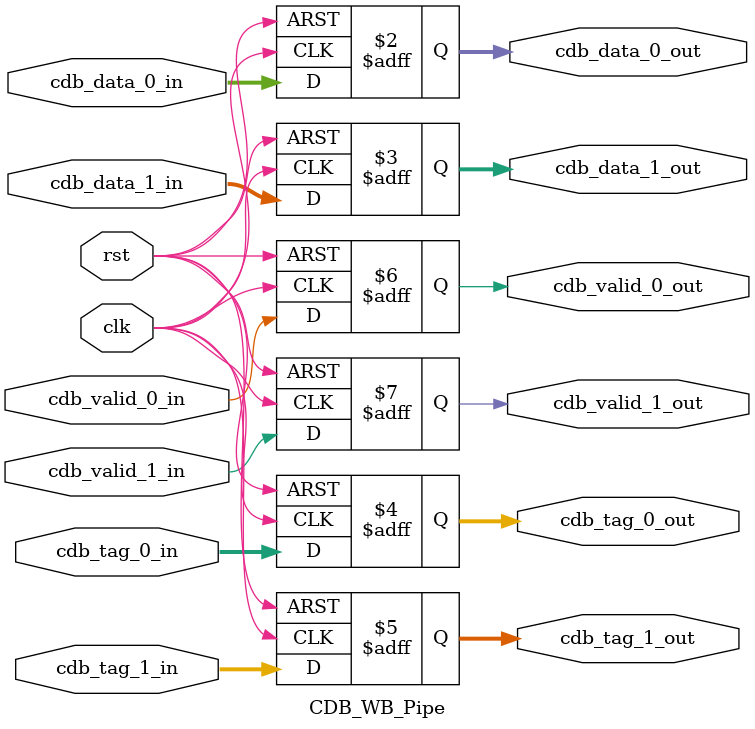
<source format=v>
module IF_ID_Pipe (
    input wire clk, rst,
    input wire stall,
    input wire [15:0] inst1_in, inst2_in,
    input wire [15:0] pc1_in, pc2_in,
    output reg [15:0] inst1_out, inst2_out,
    output reg [15:0] pc1_out, pc2_out
);
    always @(posedge clk or posedge rst) begin
        if (rst) begin
            inst1_out <= 16'b0;
            inst2_out <= 16'b0;
            pc1_out <= 16'b0;
            pc2_out <= 16'b0;
        end else if (!stall) begin
            inst1_out <= inst1_in;
            inst2_out <= inst2_in;
            pc1_out <= pc1_in;
            pc2_out <= pc2_in;
        end
    end
endmodule

module ID_Dispatch_Pipe (
    input wire clk, rst,
    input wire [3:0] opcode_1_in, opcode_2_in,
    input wire [2:0] ra_1_in, rb_1_in, rc_1_in, ra_2_in, rb_2_in, rc_2_in,
    input wire [15:0] imm_1_in, imm_2_in,
    input wire [15:0] pc_out_1_id_in, pc_out_2_id_in,
    input wire alu_en_1_in, alu_en_2_in,
    input wire [2:0] alu_op_1_in, alu_op_2_in,
    input wire mem_read_1_in, mem_read_2_in,
    input wire mem_write_1_in, mem_write_2_in,
    input wire reg_write_1_in, reg_write_2_in,
    input wire [2:0] reg_dest_1_in, reg_dest_2_in,
    input wire branch_1_in, branch_2_in,
    input wire jump_1_in, jump_2_in,
    input wire [1:0] cz_1_in, cz_2_in,
    input wire cmp_1_in, cmp_2_in,
    input wire hazard_detected_in,
    output reg [3:0] opcode_1_out, opcode_2_out,
    output reg [2:0] ra_1_out, rb_1_out, rc_1_out, ra_2_out, rb_2_out, rc_2_out,
    output reg [15:0] imm_1_out, imm_2_out,
    output reg [15:0] pc_out_1_id_out, pc_out_2_id_out,
    output reg alu_en_1_out, alu_en_2_out,
    output reg [2:0] alu_op_1_out, alu_op_2_out,
    output reg mem_read_1_out, mem_read_2_out,
    output reg mem_write_1_out, mem_write_2_out,
    output reg reg_write_1_out, reg_write_2_out,
    output reg [2:0] reg_dest_1_out, reg_dest_2_out,
    output reg branch_1_out, branch_2_out,
    output reg jump_1_out, jump_2_out,
    output reg [1:0] cz_1_out, cz_2_out,
    output reg cmp_1_out, cmp_2_out,
    output reg hazard_detected_out
);
    always @(posedge clk or posedge rst) begin
        if (rst) begin
            opcode_1_out <= 4'b0;
            opcode_2_out <= 4'b0;
            ra_1_out <= 3'b0;
            rb_1_out <= 3'b0;
            rc_1_out <= 3'b0;
            ra_2_out <= 3'b0;
            rb_2_out <= 3'b0;
            rc_2_out <= 3'b0;
            imm_1_out <= 16'b0;
            imm_2_out <= 16'b0;
            pc_out_1_id_out <= 16'b0;
            pc_out_2_id_out <= 16'b0;
            alu_en_1_out <= 1'b0;
            alu_en_2_out <= 1'b0;
            alu_op_1_out <= 3'b0;
            alu_op_2_out <= 3'b0;
            mem_read_1_out <= 1'b0;
            mem_read_2_out <= 1'b0;
            mem_write_1_out <= 1'b0;
            mem_write_2_out <= 1'b0;
            reg_write_1_out <= 1'b0;
            reg_write_2_out <= 1'b0;
            reg_dest_1_out <= 3'b0;
            reg_dest_2_out <= 3'b0;
            branch_1_out <= 1'b0;
            branch_2_out <= 1'b0;
            jump_1_out <= 1'b0;
            jump_2_out <= 1'b0;
            cz_1_out <= 2'b0;
            cz_2_out <= 2'b0;
            cmp_1_out <= 1'b0;
            cmp_2_out <= 1'b0;
            hazard_detected_out <= 1'b0;
        end else begin
            opcode_1_out <= opcode_1_in;
            opcode_2_out <= opcode_2_in;
            ra_1_out <= ra_1_in;
            rb_1_out <= rb_1_in;
            rc_1_out <= rc_1_in;
            ra_2_out <= ra_2_in;
            rb_2_out <= rb_2_in;
            rc_2_out <= rc_2_in;
            imm_1_out <= imm_1_in;
            imm_2_out <= imm_2_in;
            pc_out_1_id_out <= pc_out_1_id_in;
            pc_out_2_id_out <= pc_out_2_id_in;
            alu_en_1_out <= alu_en_1_in;
            alu_en_2_out <= alu_en_2_in;
            alu_op_1_out <= alu_op_1_in;
            alu_op_2_out <= alu_op_2_in;
            mem_read_1_out <= mem_read_1_in;
            mem_read_2_out <= mem_read_2_in;
            mem_write_1_out <= mem_write_1_in;
            mem_write_2_out <= mem_write_2_in;
            reg_write_1_out <= reg_write_1_in;
            reg_write_2_out <= reg_write_2_in;
            reg_dest_1_out <= reg_dest_1_in;
            reg_dest_2_out <= reg_dest_2_in;
            branch_1_out <= branch_1_in;
            branch_2_out <= branch_2_in;
            jump_1_out <= jump_1_in;
            jump_2_out <= jump_2_in;
            cz_1_out <= cz_1_in;
            cz_2_out <= cz_2_in;
            cmp_1_out <= cmp_1_in;
            cmp_2_out <= cmp_2_in;
            hazard_detected_out <= hazard_detected_in;
        end
    end
endmodule

module RS_EX_Pipe (
    input wire clk, rst,
    input wire [15:0] pc_in,
    input wire [3:0] opcode_in,
    input wire [15:0] opr1_in,
    input wire [15:0] opr2_in,
    input wire [4:0] rrf_dest_in,
    input wire [1:0] cz_in,
    input wire cmp_in,
    input wire valid_in,
    output reg [15:0] pc_out,
    output reg [3:0] opcode_out,
    output reg [15:0] opr1_out,
    output reg [15:0] opr2_out,
    output reg [4:0] rrf_dest_out,
    output reg [1:0] cz_out,
    output reg cmp_out,
    output reg valid_out
);
    always @(posedge clk or posedge rst) begin
        if (rst) begin
            pc_out <= 16'b0;
            opcode_out <= 4'b0;
            opr1_out <= 16'b0;
            opr2_out <= 16'b0;
            rrf_dest_out <= 5'b0;
            cz_out <= 2'b0;
            cmp_out <= 1'b0;
            valid_out <= 1'b0;
        end else begin
            pc_out <= pc_in;
            opcode_out <= opcode_in;
            opr1_out <= opr1_in;
            opr2_out <= opr2_in;
            rrf_dest_out <= rrf_dest_in;
            cz_out <= cz_in;
            cmp_out <= cmp_in;
            valid_out <= valid_in;
        end
    end
endmodule

module EX_MEM_Pipe (
    input wire clk, rst,
    input wire [15:0] mem_addr_in,
    input wire [15:0] mem_write_data_in,
    input wire mem_write_en_in,
    input wire mem_read_en_in,
    output reg [15:0] mem_addr_out,
    output reg [15:0] mem_write_data_out,
    output reg mem_write_en_out,
    output reg mem_read_en_out
);
    always @(posedge clk or posedge rst) begin
        if (rst) begin
            mem_addr_out <= 16'b0;
            mem_write_data_out <= 16'b0;
            mem_write_en_out <= 1'b0;
            mem_read_en_out <= 1'b0;
        end else begin
            mem_addr_out <= mem_addr_in;
            mem_write_data_out <= mem_write_data_in;
            mem_write_en_out <= mem_write_en_in;
            mem_read_en_out <= mem_read_en_in;
        end
    end
endmodule

module MEM_WB_Pipe (
    input wire clk, rst,
    input wire [15:0] read_data_in,
    output reg [15:0] read_data_out
);
    always @(posedge clk or posedge rst) begin
        if (rst) begin
            read_data_out <= 16'b0;
        end else begin
            read_data_out <= read_data_in;
        end
    end
endmodule

module EX_CDB_Pipe (
    input wire clk, rst,
    input wire [15:0] ex_aluc_in,
    input wire [4:0] rrf_dest_in,
    input wire valid_in,
    output reg [15:0] ex_aluc_out,
    output reg [4:0] rrf_dest_out,
    output reg valid_out
);
    always @(posedge clk or posedge rst) begin
        if (rst) begin
            ex_aluc_out <= 16'b0;
            rrf_dest_out <= 5'b0;
            valid_out <= 1'b0;
        end else begin
            ex_aluc_out <= ex_aluc_in;
            rrf_dest_out <= rrf_dest_in;
            valid_out <= valid_in;
        end
    end
endmodule

module CDB_WB_Pipe (
    input wire clk, rst,
    input wire [15:0] cdb_data_0_in, cdb_data_1_in,
    input wire [4:0] cdb_tag_0_in, cdb_tag_1_in,
    input wire cdb_valid_0_in, cdb_valid_1_in,
    output reg [15:0] cdb_data_0_out, cdb_data_1_out,
    output reg [4:0] cdb_tag_0_out, cdb_tag_1_out,
    output reg cdb_valid_0_out, cdb_valid_1_out
);
    always @(posedge clk or posedge rst) begin
        if (rst) begin
            cdb_data_0_out <= 16'b0;
            cdb_data_1_out <= 16'b0;
            cdb_tag_0_out <= 5'b0;
            cdb_tag_1_out <= 5'b0;
            cdb_valid_0_out <= 1'b0;
            cdb_valid_1_out <= 1'b0;
        end else begin
            cdb_data_0_out <= cdb_data_0_in;
            cdb_data_1_out <= cdb_data_1_in;
            cdb_tag_0_out <= cdb_tag_0_in;
            cdb_tag_1_out <= cdb_tag_1_in;
            cdb_valid_0_out <= cdb_valid_0_in;
            cdb_valid_1_out <= cdb_valid_1_in;
        end
    end
endmodule


</source>
